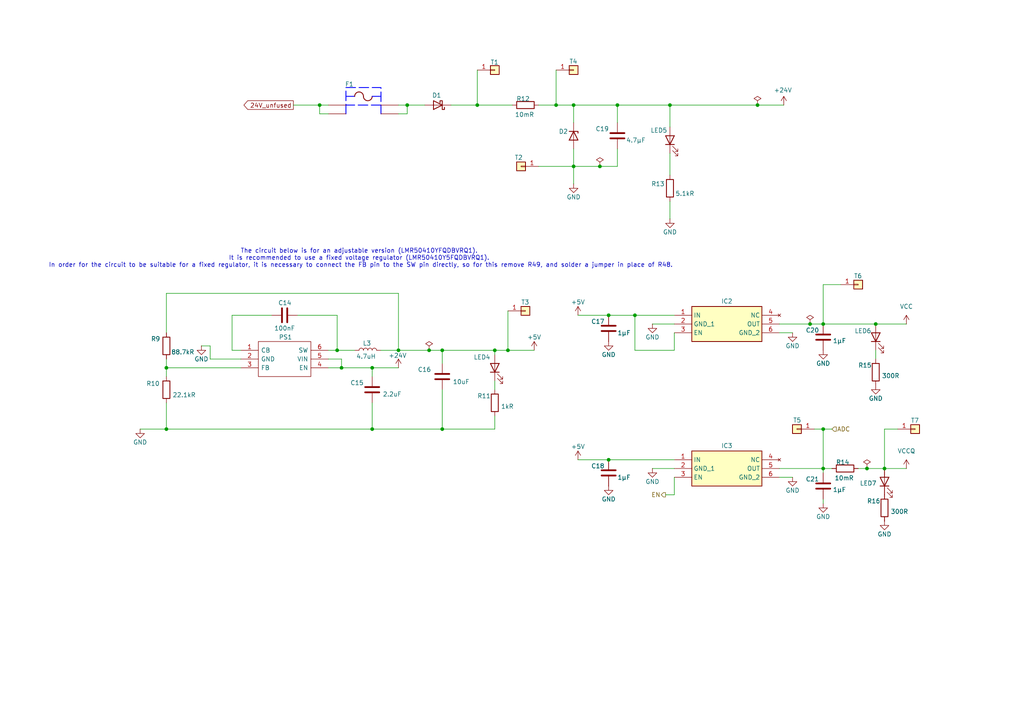
<source format=kicad_sch>
(kicad_sch (version 20250114) (generator "eeschema") (generator_version "9.0")
  (paper "A4")
  (title_block (title "Power") (date "2025-04-05") (rev "2.0") (company "Metropolia Motorsport") (comment 3 "ikar15012002@gmail.com") (comment 4 "Ivans Karsenieks"))
  (lib_symbols
    (symbol "Connector_Generic:Conn_01x01" (pin_names (offset 1.016) (hide yes))
      (property "Reference" "J" (at 0 2.54 0))
      (property "Value" "Conn_01x01" (at 0 -2.54 0))
      (symbol "Conn_01x01_1_1"
        (pin passive line (at -5.08 0 0) (length 3.81) (name "Pin_1") (number "1"))
      )
    )
    (symbol "Device:C" (pin_numbers (hide yes)) (pin_names (offset 0.254))
      (property "Reference" "C" (at 0.635 2.54 0))
      (property "Value" "C" (at 0.635 -2.54 0))
      (symbol "C_1_1"
        (pin passive line (at 0 3.81 270) (length 2.794) (name "~") (number "1"))
        (pin passive line (at 0 -3.81 90) (length 2.794) (name "~") (number "2"))
      )
    )
    (symbol "Device:D_Schottky" (pin_numbers (hide yes)) (pin_names (offset 1.016) (hide yes))
      (property "Reference" "D" (at 0 2.54 0))
      (property "Value" "D_Schottky" (at 0 -2.54 0))
      (symbol "D_Schottky_1_1"
        (pin passive line (at -3.81 0 0) (length 2.54) (name "K") (number "1"))
        (pin passive line (at 3.81 0 180) (length 2.54) (name "A") (number "2"))
      )
    )
    (symbol "Device:D_Zener" (pin_numbers (hide yes)) (pin_names (offset 1.016) (hide yes))
      (property "Reference" "D" (at 0 2.54 0))
      (property "Value" "D_Zener" (at 0 -2.54 0))
      (symbol "D_Zener_1_1"
        (pin passive line (at -3.81 0 0) (length 2.54) (name "K") (number "1"))
        (pin passive line (at 3.81 0 180) (length 2.54) (name "A") (number "2"))
      )
    )
    (symbol "Device:L" (pin_numbers (hide yes)) (pin_names (offset 1.016) (hide yes))
      (property "Reference" "L" (at -1.27 0 90))
      (property "Value" "L" (at 1.905 0 90))
      (symbol "L_1_1"
        (pin passive line (at 0 3.81 270) (length 1.27) (name "1") (number "1"))
        (pin passive line (at 0 -3.81 90) (length 1.27) (name "2") (number "2"))
      )
    )
    (symbol "Device:LED" (pin_numbers (hide yes)) (pin_names (offset 1.016) (hide yes))
      (property "Reference" "D" (at 0 2.54 0))
      (property "Value" "LED" (at 0 -2.54 0))
      (symbol "LED_1_1"
        (pin passive line (at -3.81 0 0) (length 2.54) (name "K") (number "1"))
        (pin passive line (at 3.81 0 180) (length 2.54) (name "A") (number "2"))
      )
    )
    (symbol "Device:R" (pin_numbers (hide yes)) (pin_names (offset 0))
      (property "Reference" "R" (at 2.032 0 90))
      (property "Value" "R" (at 0 0 90))
      (symbol "R_1_1"
        (pin passive line (at 0 3.81 270) (length 1.27) (name "~") (number "1"))
        (pin passive line (at 0 -3.81 90) (length 1.27) (name "~") (number "2"))
      )
    )
    (symbol "Regulator_Switching:LMR50410YFQDBVRQ1" (pin_names (offset 0.762))
      (property "Reference" "PS" (at 21.59 7.62 0))
      (property "Value" "LMR50410YFQDBVRQ1" (at 21.59 5.08 0))
      (symbol "LMR50410YFQDBVRQ1_0_0"
        (pin passive line (at 0 0 0) (length 5.08) (name "CB") (number "1"))
        (pin passive line (at 0 -2.54 0) (length 5.08) (name "GND") (number "2"))
        (pin passive line (at 0 -5.08 0) (length 5.08) (name "FB") (number "3"))
        (pin passive line (at 25.4 0 180) (length 5.08) (name "SW") (number "6"))
        (pin passive line (at 25.4 -2.54 180) (length 5.08) (name "VIN") (number "5"))
        (pin passive line (at 25.4 -5.08 180) (length 5.08) (name "EN") (number "4"))
      )
    )
    (symbol "TLV75533PDYDR:TLV75533PDYDR"
      (property "Reference" "IC" (at 26.67 7.62 0))
      (property "Value" "TLV75533PDYDR" (at 26.67 5.08 0))
      (symbol "TLV75533PDYDR_1_1"
        (pin passive line (at 0 0 0) (length 5.08) (name "IN") (number "1"))
        (pin passive line (at 0 -2.54 0) (length 5.08) (name "GND_1") (number "2"))
        (pin passive line (at 0 -5.08 0) (length 5.08) (name "EN") (number "3"))
        (pin no_connect line (at 30.48 0 180) (length 5.08) (name "NC") (number "4"))
        (pin passive line (at 30.48 -2.54 180) (length 5.08) (name "OUT") (number "5"))
        (pin passive line (at 30.48 -5.08 180) (length 5.08) (name "GND_2") (number "6"))
      )
    )
    (symbol "Untitled-altium-import:root_0_FUSE_HOLDER-4"
      (property "Reference" "F1" (at -0.254 0.254 0))
      (symbol "root_0_FUSE_HOLDER-4_1_0"
        (pin passive line (at -5.08 -5.08 0) (length 5.08) (name "1") (number "1"))
        (pin passive line (at -5.08 -7.62 0) (length 5.08) (name "3") (number "3"))
        (pin passive line (at 15.24 -5.08 180) (length 5.08) (name "2") (number "2"))
        (pin passive line (at 15.24 -7.62 180) (length 5.08) (name "4") (number "4"))
      )
    )
    (symbol "power:+24V" (power) (pin_numbers (hide yes)) (pin_names (offset 0) (hide yes))
      (property "Value" "+24V" (at 0 3.556 0))
      (symbol "+24V_1_1"
        (pin power_in line (at 0 0 90) (length 0) (name "~") (number "1"))
      )
    )
    (symbol "power:+5V" (power) (pin_numbers (hide yes)) (pin_names (offset 0) (hide yes))
      (property "Value" "+5V" (at 0 3.556 0))
      (symbol "+5V_1_1"
        (pin power_in line (at 0 0 90) (length 0) (name "~") (number "1"))
      )
    )
    (symbol "power:GND" (power) (pin_numbers (hide yes)) (pin_names (offset 0) (hide yes))
      (property "Value" "GND" (at 0 -3.81 0))
      (symbol "GND_1_1"
        (pin power_in line (at 0 0 270) (length 0) (name "~") (number "1"))
      )
    )
    (symbol "power:PWR_FLAG" (power) (pin_numbers (hide yes)) (pin_names (offset 0) (hide yes))
      (property "Value" "PWR_FLAG" (at 0 3.81 0))
      (symbol "PWR_FLAG_0_0"
        (pin power_out line (at 0 0 90) (length 0) (name "~") (number "1"))
      )
    )
    (symbol "power:VCC" (power) (pin_numbers (hide yes)) (pin_names (offset 0) (hide yes))
      (property "Value" "VCC" (at 0 3.556 0))
      (symbol "VCC_1_1"
        (pin power_in line (at 0 0 90) (length 0) (name "~") (number "1"))
      )
    )
    (symbol "power:VCCQ" (power) (pin_numbers (hide yes)) (pin_names (offset 0) (hide yes))
      (property "Value" "VCCQ" (at 0 3.556 0))
      (symbol "VCCQ_1_1"
        (pin power_in line (at 0 0 90) (length 0) (name "~") (number "1"))
      )
    )
  )
  (text "The circuit below is for an adjustable version (LMR50410YFQDBVRQ1). \nIt is recommended to use a fixed voltage regulator (LMR50410Y5FQDBVRQ1). \nIn order for the circuit to be suitable for a fixed regulator, it is necessary to connect the FB pin to the SW pin directly, so for this remove R49, and solder a jumper in place of R48." (at 104.648 74.93 0) (effects (font (size 1.27 1.27))))
  (junction (at 99.06 106.68))
  (junction (at 166.37 30.48))
  (junction (at 147.32 101.6))
  (junction (at 166.37 48.26))
  (junction (at 48.26 124.46))
  (junction (at 251.46 135.89))
  (junction (at 118.11 30.48))
  (junction (at 254 93.98))
  (junction (at 176.53 91.44))
  (junction (at 161.29 30.48))
  (junction (at 256.54 135.89))
  (junction (at 97.79 101.6))
  (junction (at 238.76 93.98))
  (junction (at 179.07 30.48))
  (junction (at 124.46 101.6))
  (junction (at 194.31 30.48))
  (junction (at 173.99 48.26))
  (junction (at 115.57 101.6))
  (junction (at 184.15 91.44))
  (junction (at 128.27 124.46))
  (junction (at 128.27 101.6))
  (junction (at 48.26 106.68))
  (junction (at 107.95 106.68))
  (junction (at 219.71 30.48))
  (junction (at 234.95 93.98))
  (junction (at 176.53 133.35))
  (junction (at 92.71 30.48))
  (junction (at 238.76 124.46))
  (junction (at 107.95 124.46))
  (junction (at 143.51 101.6))
  (junction (at 238.76 135.89))
  (junction (at 138.43 30.48))
  (wire (pts (xy 130.81 30.48) (xy 138.43 30.48)))
  (wire (pts (xy 48.26 106.68) (xy 48.26 109.22)))
  (wire (pts (xy 97.79 91.44) (xy 97.79 101.6)))
  (wire (pts (xy 184.15 101.6) (xy 184.15 91.44)))
  (wire (pts (xy 107.95 124.46) (xy 48.26 124.46)))
  (wire (pts (xy 97.79 101.6) (xy 95.25 101.6)))
  (wire (pts (xy 99.06 106.68) (xy 99.06 104.14)))
  (wire (pts (xy 176.53 91.44) (xy 184.15 91.44)))
  (wire (pts (xy 195.58 143.51) (xy 193.04 143.51)))
  (wire (pts (xy 238.76 146.05) (xy 238.76 144.78)))
  (wire (pts (xy 166.37 30.48) (xy 166.37 35.56)))
  (wire (pts (xy 48.26 124.46) (xy 48.26 116.84)))
  (wire (pts (xy 236.22 124.46) (xy 238.76 124.46)))
  (wire (pts (xy 238.76 124.46) (xy 241.3 124.46)))
  (wire (pts (xy 118.11 33.02) (xy 118.11 30.48)))
  (wire (pts (xy 128.27 124.46) (xy 107.95 124.46)))
  (wire (pts (xy 189.23 135.89) (xy 195.58 135.89)))
  (wire (pts (xy 226.06 138.43) (xy 229.87 138.43)))
  (wire (pts (xy 238.76 82.55) (xy 238.76 93.98)))
  (wire (pts (xy 184.15 101.6) (xy 195.58 101.6)))
  (wire (pts (xy 118.11 30.48) (xy 123.19 30.48)))
  (wire (pts (xy 118.11 30.48) (xy 115.57 30.48)))
  (wire (pts (xy 58.42 100.33) (xy 60.96 100.33)))
  (wire (pts (xy 156.21 48.26) (xy 166.37 48.26)))
  (wire (pts (xy 219.71 30.48) (xy 227.33 30.48)))
  (wire (pts (xy 147.32 101.6) (xy 143.51 101.6)))
  (wire (pts (xy 238.76 135.89) (xy 241.3 135.89)))
  (wire (pts (xy 69.85 106.68) (xy 48.26 106.68)))
  (wire (pts (xy 67.31 91.44) (xy 67.31 101.6)))
  (wire (pts (xy 161.29 20.32) (xy 161.29 30.48)))
  (wire (pts (xy 179.07 43.18) (xy 179.07 48.26)))
  (wire (pts (xy 115.57 33.02) (xy 118.11 33.02)))
  (wire (pts (xy 243.84 82.55) (xy 238.76 82.55)))
  (wire (pts (xy 166.37 48.26) (xy 166.37 53.34)))
  (wire (pts (xy 67.31 101.6) (xy 69.85 101.6)))
  (wire (pts (xy 110.49 101.6) (xy 115.57 101.6)))
  (wire (pts (xy 143.51 110.49) (xy 143.51 113.03)))
  (wire (pts (xy 176.53 133.35) (xy 195.58 133.35)))
  (wire (pts (xy 166.37 30.48) (xy 179.07 30.48)))
  (wire (pts (xy 161.29 30.48) (xy 166.37 30.48)))
  (wire (pts (xy 179.07 48.26) (xy 173.99 48.26)))
  (wire (pts (xy 92.71 30.48) (xy 95.25 30.48)))
  (wire (pts (xy 107.95 116.84) (xy 107.95 124.46)))
  (wire (pts (xy 99.06 106.68) (xy 107.95 106.68)))
  (wire (pts (xy 189.23 93.98) (xy 195.58 93.98)))
  (wire (pts (xy 95.25 106.68) (xy 99.06 106.68)))
  (wire (pts (xy 248.92 135.89) (xy 251.46 135.89)))
  (wire (pts (xy 128.27 113.03) (xy 128.27 124.46)))
  (wire (pts (xy 226.06 96.52) (xy 229.87 96.52)))
  (wire (pts (xy 48.26 85.09) (xy 115.57 85.09)))
  (wire (pts (xy 251.46 135.89) (xy 256.54 135.89)))
  (wire (pts (xy 179.07 30.48) (xy 179.07 35.56)))
  (wire (pts (xy 238.76 124.46) (xy 238.76 135.89)))
  (wire (pts (xy 115.57 101.6) (xy 124.46 101.6)))
  (wire (pts (xy 166.37 43.18) (xy 166.37 48.26)))
  (wire (pts (xy 156.21 30.48) (xy 161.29 30.48)))
  (wire (pts (xy 256.54 135.89) (xy 262.89 135.89)))
  (wire (pts (xy 195.58 138.43) (xy 195.58 143.51)))
  (wire (pts (xy 254 93.98) (xy 262.89 93.98)))
  (wire (pts (xy 167.64 91.44) (xy 176.53 91.44)))
  (wire (pts (xy 92.71 30.48) (xy 92.71 33.02)))
  (wire (pts (xy 194.31 58.42) (xy 194.31 63.5)))
  (wire (pts (xy 60.96 100.33) (xy 60.96 104.14)))
  (wire (pts (xy 143.51 124.46) (xy 128.27 124.46)))
  (wire (pts (xy 260.35 124.46) (xy 256.54 124.46)))
  (wire (pts (xy 226.06 93.98) (xy 234.95 93.98)))
  (wire (pts (xy 95.25 104.14) (xy 99.06 104.14)))
  (wire (pts (xy 147.32 90.17) (xy 147.32 101.6)))
  (wire (pts (xy 194.31 36.83) (xy 194.31 30.48)))
  (wire (pts (xy 234.95 93.98) (xy 238.76 93.98)))
  (wire (pts (xy 256.54 124.46) (xy 256.54 135.89)))
  (wire (pts (xy 194.31 30.48) (xy 219.71 30.48)))
  (wire (pts (xy 194.31 44.45) (xy 194.31 50.8)))
  (wire (pts (xy 143.51 101.6) (xy 128.27 101.6)))
  (wire (pts (xy 107.95 106.68) (xy 115.57 106.68)))
  (wire (pts (xy 184.15 91.44) (xy 195.58 91.44)))
  (wire (pts (xy 40.64 124.46) (xy 48.26 124.46)))
  (wire (pts (xy 78.74 91.44) (xy 67.31 91.44)))
  (wire (pts (xy 85.09 30.48) (xy 92.71 30.48)))
  (wire (pts (xy 92.71 33.02) (xy 95.25 33.02)))
  (wire (pts (xy 238.76 137.16) (xy 238.76 135.89)))
  (wire (pts (xy 154.94 101.6) (xy 147.32 101.6)))
  (wire (pts (xy 167.64 133.35) (xy 176.53 133.35)))
  (wire (pts (xy 115.57 85.09) (xy 115.57 101.6)))
  (wire (pts (xy 60.96 104.14) (xy 69.85 104.14)))
  (wire (pts (xy 173.99 48.26) (xy 166.37 48.26)))
  (wire (pts (xy 138.43 20.32) (xy 138.43 30.48)))
  (wire (pts (xy 86.36 91.44) (xy 97.79 91.44)))
  (wire (pts (xy 226.06 135.89) (xy 238.76 135.89)))
  (wire (pts (xy 179.07 30.48) (xy 194.31 30.48)))
  (wire (pts (xy 195.58 96.52) (xy 195.58 101.6)))
  (wire (pts (xy 143.51 120.65) (xy 143.51 124.46)))
  (wire (pts (xy 238.76 93.98) (xy 254 93.98)))
  (wire (pts (xy 143.51 102.87) (xy 143.51 101.6)))
  (wire (pts (xy 124.46 101.6) (xy 128.27 101.6)))
  (wire (pts (xy 128.27 101.6) (xy 128.27 105.41)))
  (wire (pts (xy 148.59 30.48) (xy 138.43 30.48)))
  (wire (pts (xy 48.26 96.52) (xy 48.26 85.09)))
  (wire (pts (xy 97.79 101.6) (xy 102.87 101.6)))
  (wire (pts (xy 107.95 109.22) (xy 107.95 106.68)))
  (wire (pts (xy 48.26 106.68) (xy 48.26 104.14)))
  (wire (pts (xy 254 101.6) (xy 254 104.14)))
  (global_label "24V_unfused" (shape output) (at 85.09 30.48 180) (property "Intersheetrefs" "${INTERSHEET_REFS}" (effects (hide yes))))
  (hierarchical_label "EN" (shape output) (at 193.04 143.51 180))
  (hierarchical_label "ADC" (shape input) (at 241.3 124.46 0))
  (symbol (lib_id "Regulator_Switching:LMR50410YFQDBVRQ1") (at 69.85 101.6 0) (unit 1)
    (property "Reference" "PS1" (at 82.804 97.79 0))
    (property "Value" "LMR50410YFQDBVRQ1" (effects (hide yes)))
    (property "Footprint" "Package_TO_SOT_SMD:SOT95P280X145-6N" (effects (hide yes)))
    (property "Datasheet" "https://www.ti.com/product/LMR50410-Q1" (effects (hide yes)))
    (property "Description" "Switching Voltage Regulators Automotive qualified SIMPLE SWITCHER 4-V to 36-V, 1-A synchronous step-down converter" (effects (hide yes)))
    (property "Height" "1.45" (effects (hide yes)))
    (property "Mouser Part Number" "595-MR50410YFQDBVRQ1" (effects (hide yes)))
    (property "Mouser Price/Stock" "https://www.mouser.co.uk/ProductDetail/Texas-Instruments/LMR50410YFQDBVRQ1?qs=81r%252BiQLm7BRUAgUFqYZycA%3D%3D" (effects (hide yes)))
    (property "Manufacturer_Name" "Texas Instruments" (effects (hide yes)))
    (property "Manufacturer_Part_Number" "LMR50410YFQDBVRQ1" (effects (hide yes)))
  )
  (symbol (lib_id "Connector_Generic:Conn_01x01") (at 231.14 124.46 180) (unit 1) (in_bom no)
    (property "Reference" "T5" (at 232.41 121.158 0) (effects (justify left bottom)))
    (property "Value" "Conn_01x01" (effects (hide yes)))
    (property "Footprint" "TestPoint:TestPoint_THTPad_D1.5mm_Drill0.7mm" (effects (hide yes)))
    (property "Description" "Generic connector, single row, 01x01, script generated (kicad-library-utils/schlib/autogen/connector/)" (effects (hide yes)))
  )
  (symbol (lib_id "power:GND") (at 176.53 140.97 0) (unit 1)
    (property "Reference" "#PWR055" (effects (hide yes)))
    (property "Value" "GND" (at 176.53 144.78 0))
    (property "Description" "Power symbol creates a global label with name \"GND\" , ground" (effects (hide yes)))
  )
  (symbol (lib_id "Connector_Generic:Conn_01x01") (at 248.92 82.55 0) (unit 1) (in_bom no)
    (property "Reference" "T6" (at 247.65 80.772 0) (effects (justify left bottom)))
    (property "Value" "Conn_01x01" (effects (hide yes)))
    (property "Footprint" "TestPoint:TestPoint_THTPad_D1.5mm_Drill0.7mm" (effects (hide yes)))
    (property "Description" "Generic connector, single row, 01x01, script generated (kicad-library-utils/schlib/autogen/connector/)" (effects (hide yes)))
  )
  (symbol (lib_id "Device:D_Schottky") (at 127 30.48 180) (unit 1)
    (property "Reference" "D1" (at 128.016 26.924 0) (effects (justify left bottom)))
    (property "Value" "SX33L_R1_00001" (effects (hide yes)))
    (property "Footprint" "Diode_SMD:D_SMA_Handsoldering" (effects (hide yes)))
  )
  (symbol (lib_id "power:GND") (at 58.42 100.33 0) (unit 1)
    (property "Reference" "#PWR048" (effects (hide yes)))
    (property "Value" "GND" (at 58.42 104.14 0))
    (property "Description" "Power symbol creates a global label with name \"GND\" , ground" (effects (hide yes)))
  )
  (symbol (lib_id "Device:C") (at 176.53 137.16 0) (unit 1)
    (property "Reference" "C18" (at 171.45 135.89 0) (effects (justify left bottom)))
    (property "Value" "1µF" (at 179.07 139.192 0) (effects (justify left bottom)))
    (property "Footprint" "Capacitor_SMD:C_0805_2012Metric_Pad1.18x1.45mm_HandSolder" (effects (hide yes)))
    (property "Description" "08053C105KAZ2A" (effects (hide yes)))
    (property "MAX OPERATING TEMPERATURE" "125°C" (effects (hide yes)))
    (property "CASE/PACKAGE" "0805" (effects (hide yes)))
    (property "PACKAGING" "Tape and Reel" (effects (hide yes)))
    (property "MIN OPERATING TEMPERATURE" "-55°C" (effects (hide yes)))
    (property "CAPACITOR TYPE" "Ceramic" (effects (hide yes)))
    (property "DIELECTRIC MATERIAL" "Ceramic" (effects (hide yes)))
    (property "HEIGHT" "1.4mm" (effects (hide yes)))
    (property "JESD-609 CODE" "e3" (effects (hide yes)))
    (property "LENGTH" "2.01mm" (effects (hide yes)))
    (property "MOUNTING TECHNOLOGY" "Surface Mount" (effects (hide yes)))
    (property "MULTILAYER" "Yes" (effects (hide yes)))
    (property "PACKAGE SHAPE" "Rectangular" (effects (hide yes)))
    (property "PACKAGE STYLE" "SMTMeter" (effects (hide yes)))
    (property "PINS" "2" (effects (hide yes)))
    (property "RATED DC VOLTAGE (URDC)" "25V" (effects (hide yes)))
    (property "REACH SVHC COMPLIANT" "Yes" (effects (hide yes)))
    (property "REFERENCE STANDARD" "AEC-Q200" (effects (hide yes)))
    (property "ROHS COMPLIANT" "Yes" (effects (hide yes)))
    (property "TEMPERATURE CHARACTERISTICS CODE" "X7R" (effects (hide yes)))
    (property "TERMINAL FINISH" "Nickel" (effects (hide yes)))
    (property "TERMINATION" "Wraparound" (effects (hide yes)))
    (property "TOLERANCE  (FILL IN AS +-)" "10%" (effects (hide yes)))
    (property "TOLERANCE (FILL IN AS +-)" "10%" (effects (hide yes)))
    (property "ALTIUM_VALUE" "1µF" (effects (hide yes)))
    (property "WIDTH" "1.25mm" (effects (hide yes)))
  )
  (symbol (lib_id "Connector_Generic:Conn_01x01") (at 143.51 20.32 0) (unit 1) (in_bom no)
    (property "Reference" "T1" (at 142.24 18.796 0) (effects (justify left bottom)))
    (property "Value" "Conn_01x01" (effects (hide yes)))
    (property "Footprint" "TestPoint:TestPoint_THTPad_D1.5mm_Drill0.7mm" (effects (hide yes)))
    (property "Description" "Generic connector, single row, 01x01, script generated (kicad-library-utils/schlib/autogen/connector/)" (effects (hide yes)))
  )
  (symbol (lib_id "power:+5V") (at 167.64 91.44 0) (unit 1)
    (property "Reference" "#PWR052" (effects (hide yes)))
    (property "Value" "+5V" (at 167.64 87.63 0))
    (property "Description" "Power symbol creates a global label with name \"+5V\"" (effects (hide yes)))
  )
  (symbol (lib_id "power:GND") (at 189.23 93.98 0) (unit 1)
    (property "Reference" "#PWR056" (effects (hide yes)))
    (property "Value" "GND" (at 189.23 97.79 0))
    (property "Description" "Power symbol creates a global label with name \"GND\" , ground" (effects (hide yes)))
  )
  (symbol (lib_id "power:GND") (at 254 111.76 0) (unit 1)
    (property "Reference" "#PWR064" (effects (hide yes)))
    (property "Value" "GND" (at 254 115.57 0))
    (property "Description" "Power symbol creates a global label with name \"GND\" , ground" (effects (hide yes)))
  )
  (symbol (lib_id "TLV75533PDYDR:TLV75533PDYDR") (at 195.58 133.35 0) (unit 1)
    (property "Reference" "IC3" (at 210.82 129.286 0))
    (property "Value" "TLV75533PDYDR" (effects (hide yes)))
    (property "Footprint" "Package_TO_SOT_SMD:TLV75533PDYDR" (effects (hide yes)))
    (property "Datasheet" "https://www.ti.com/lit/gpn/tlv755p" (effects (hide yes)))
    (property "Description" "LDO Voltage Regulators 500-mA high-PSRR low-IQ low-dropout voltage regulator with enable 5-SOT-23 -40 to 125" (effects (hide yes)))
    (property "Height" "1.45" (effects (hide yes)))
    (property "Mouser Part Number" "595-TLV75533PDYDR" (effects (hide yes)))
    (property "Mouser Price/Stock" "https://www.mouser.co.uk/ProductDetail/Texas-Instruments/TLV75533PDYDR?qs=ZcfC38r4Pou71ty1Hbi3LA%3D%3D" (effects (hide yes)))
    (property "Manufacturer_Name" "Texas Instruments" (effects (hide yes)))
    (property "Manufacturer_Part_Number" "TLV75533PDYDR" (effects (hide yes)))
  )
  (symbol (lib_id "power:PWR_FLAG") (at 124.46 101.6 0) (unit 1)
    (property "Reference" "#FLG03" (effects (hide yes)))
    (property "Value" "PWR_FLAG" (effects (hide yes)))
    (property "Description" "Special symbol for telling ERC where power comes from" (effects (hide yes)))
  )
  (symbol (lib_id "power:GND") (at 229.87 138.43 0) (unit 1)
    (property "Reference" "#PWR061" (effects (hide yes)))
    (property "Value" "GND" (at 229.87 142.24 0))
    (property "Description" "Power symbol creates a global label with name \"GND\" , ground" (effects (hide yes)))
  )
  (symbol (lib_id "Connector_Generic:Conn_01x01") (at 166.37 20.32 0) (unit 1) (in_bom no)
    (property "Reference" "T4" (at 165.1 18.542 0) (effects (justify left bottom)))
    (property "Value" "Conn_01x01" (effects (hide yes)))
    (property "Footprint" "TestPoint:TestPoint_THTPad_D1.5mm_Drill0.7mm" (effects (hide yes)))
    (property "Description" "Generic connector, single row, 01x01, script generated (kicad-library-utils/schlib/autogen/connector/)" (effects (hide yes)))
  )
  (symbol (lib_id "Device:C") (at 238.76 140.97 0) (unit 1)
    (property "Reference" "C21" (at 233.68 139.7 0) (effects (justify left bottom)))
    (property "Value" "1µF" (at 241.554 142.748 0) (effects (justify left bottom)))
    (property "Footprint" "Capacitor_SMD:C_0805_2012Metric_Pad1.18x1.45mm_HandSolder" (effects (hide yes)))
    (property "Description" "08053C105KAZ2A" (effects (hide yes)))
    (property "MAX OPERATING TEMPERATURE" "125°C" (effects (hide yes)))
    (property "CASE/PACKAGE" "0805" (effects (hide yes)))
    (property "PACKAGING" "Tape and Reel" (effects (hide yes)))
    (property "MIN OPERATING TEMPERATURE" "-55°C" (effects (hide yes)))
    (property "CAPACITOR TYPE" "Ceramic" (effects (hide yes)))
    (property "DIELECTRIC MATERIAL" "Ceramic" (effects (hide yes)))
    (property "HEIGHT" "1.4mm" (effects (hide yes)))
    (property "JESD-609 CODE" "e3" (effects (hide yes)))
    (property "LENGTH" "2.01mm" (effects (hide yes)))
    (property "MOUNTING TECHNOLOGY" "Surface Mount" (effects (hide yes)))
    (property "MULTILAYER" "Yes" (effects (hide yes)))
    (property "PACKAGE SHAPE" "Rectangular" (effects (hide yes)))
    (property "PACKAGE STYLE" "SMTMeter" (effects (hide yes)))
    (property "PINS" "2" (effects (hide yes)))
    (property "RATED DC VOLTAGE (URDC)" "25V" (effects (hide yes)))
    (property "REACH SVHC COMPLIANT" "Yes" (effects (hide yes)))
    (property "REFERENCE STANDARD" "AEC-Q200" (effects (hide yes)))
    (property "ROHS COMPLIANT" "Yes" (effects (hide yes)))
    (property "TEMPERATURE CHARACTERISTICS CODE" "X7R" (effects (hide yes)))
    (property "TERMINAL FINISH" "Nickel" (effects (hide yes)))
    (property "TERMINATION" "Wraparound" (effects (hide yes)))
    (property "TOLERANCE  (FILL IN AS +-)" "10%" (effects (hide yes)))
    (property "TOLERANCE (FILL IN AS +-)" "10%" (effects (hide yes)))
    (property "ALTIUM_VALUE" "1µF" (effects (hide yes)))
    (property "WIDTH" "1.25mm" (effects (hide yes)))
  )
  (symbol (lib_id "Device:LED") (at 194.31 40.64 90) (unit 1)
    (property "Reference" "LED5" (at 193.548 37.084 90) (effects (justify left bottom)))
    (property "Value" "SML-210VTT86" (effects (hide yes)))
    (property "Footprint" "LED_SMD:LED_0805_2012Metric_Pad1.15x1.40mm_HandSolder" (effects (hide yes)))
    (property "Description" "Red LED" (effects (hide yes)))
    (property "DEVICE CLASS L1" "Optoelectronics" (effects (hide yes)))
    (property "OBSOLETE PART" "true" (effects (hide yes)))
    (property "MANUFACTURER PART NUMBER" "SML-210VTT86" (effects (hide yes)))
    (property "AMBIENT TEMPERATURE RANGE LOW" "-30°C" (effects (hide yes)))
    (property "TEMPERATURE RANGE HIGH" "+85°C" (effects (hide yes)))
    (property "DEVICE CLASS L2" "LEDs" (effects (hide yes)))
    (property "CATEGORY" "Diode" (effects (hide yes)))
    (property "COMPONENTLINK2DESCRIPTION" "Datasheet" (effects (hide yes)))
    (property "MANUFACTURER" "ROHM" (effects (hide yes)))
    (property "MOUSER DESCRIPTION" "Standard LEDs - SMD RED SMD TRANS LENS" (effects (hide yes)))
    (property "AMBIENT TEMPERATURE RANGE HIGH" "+85°C" (effects (hide yes)))
    (property "WAVELENGTH" "630nm" (effects (hide yes)))
    (property "PEAK EMMISION WAVELENGTH" "650nm" (effects (hide yes)))
    (property "LUMINOUS INTENSITY" "4mcd" (effects (hide yes)))
    (property "DIGIKEY DESCRIPTION" "LED RED CLEAR 0805 SMD" (effects (hide yes)))
    (property "TEMPERATURE" "-30°C to +85°C" (effects (hide yes)))
    (property "FORWARD VOLTAGE" "2V" (effects (hide yes)))
    (property "FOOTPRINT URL" "https://eu.mouser.com/datasheet/2/348/sml-21-313092.pdf" (effects (hide yes)))
    (property "FORWARD CURRENT" "20mA" (effects (hide yes)))
    (property "POWER DISSIPATION" "70mW" (effects (hide yes)))
    (property "REVERSE VOLTAGE" "4V" (effects (hide yes)))
    (property "COMPONENTLINK2URL" "https://media.digikey.com/pdf/Data%20Sheets/Rohm%20PDFs/sml-210.pdf" (effects (hide yes)))
    (property "LEAD FREE" "Yes" (effects (hide yes)))
    (property "OCTOPART" "https://octopart.com/sml-210vtt86-rohm-550728" (effects (hide yes)))
    (property "DEVICE CLASS L3" "unset" (effects (hide yes)))
    (property "PACKAGE" "SML-21" (effects (hide yes)))
    (property "AUTOMOTIVE" "No" (effects (hide yes)))
    (property "LED ORIENTATION" "Top View" (effects (hide yes)))
    (property "ROHS" "TRUE" (effects (hide yes)))
    (property "HEIGHT" "0.9mm" (effects (hide yes)))
    (property "TEMPERATURE RANGE LOW" "-30°C" (effects (hide yes)))
    (property "COLOUR" "Red" (effects (hide yes)))
  )
  (symbol (lib_id "Device:C") (at 82.55 91.44 90) (unit 1)
    (property "Reference" "C14" (at 84.582 87.122 90) (effects (justify left bottom)))
    (property "Value" "100nF" (at 85.598 94.488 90) (effects (justify left bottom)))
    (property "Footprint" "Capacitor_SMD:C_0805_2012Metric_Pad1.18x1.45mm_HandSolder" (effects (hide yes)))
    (property "Description" "08055C104KAT4A" (effects (hide yes)))
    (property "HEIGHT" "0.94mm" (effects (hide yes)))
    (property "ALTIUM_VALUE" "100nF" (effects (hide yes)))
    (property "CAPACITOR TYPE" "Ceramic" (effects (hide yes)))
    (property "CASE/PACKAGE" "0805" (effects (hide yes)))
    (property "DIELECTRIC MATERIAL" "Ceramic" (effects (hide yes)))
    (property "JESD-609 CODE" "e3" (effects (hide yes)))
    (property "LENGTH" "2.01mm" (effects (hide yes)))
    (property "MAX OPERATING TEMPERATURE" "125°C" (effects (hide yes)))
    (property "MIN OPERATING TEMPERATURE" "-55°C" (effects (hide yes)))
    (property "MOUNTING TECHNOLOGY" "Surface Mount" (effects (hide yes)))
    (property "MULTILAYER" "Yes" (effects (hide yes)))
    (property "PACKAGE SHAPE" "Rectangular" (effects (hide yes)))
    (property "PACKAGE STYLE" "SMTMeter" (effects (hide yes)))
    (property "PACKAGING" "Tape and Reel" (effects (hide yes)))
    (property "PINS" "2" (effects (hide yes)))
    (property "RATED DC VOLTAGE (URDC)" "50V" (effects (hide yes)))
    (property "REACH SVHC COMPLIANT" "Yes" (effects (hide yes)))
    (property "ROHS COMPLIANT" "Yes" (effects (hide yes)))
    (property "TEMPERATURE CHARACTERISTICS CODE" "X7R" (effects (hide yes)))
    (property "TERMINAL FINISH" "Nickel" (effects (hide yes)))
    (property "TERMINATION" "Wraparound" (effects (hide yes)))
    (property "TOLERANCE  (FILL IN AS +-)" "10%" (effects (hide yes)))
    (property "TOLERANCE (FILL IN AS +-)" "10%" (effects (hide yes)))
    (property "WIDTH" "1.25mm" (effects (hide yes)))
  )
  (symbol (lib_id "power:PWR_FLAG") (at 173.99 48.26 0) (unit 1)
    (property "Reference" "#FLG04" (effects (hide yes)))
    (property "Value" "PWR_FLAG" (effects (hide yes)))
    (property "Description" "Special symbol for telling ERC where power comes from" (effects (hide yes)))
  )
  (symbol (lib_id "Device:C") (at 238.76 97.79 0) (unit 1)
    (property "Reference" "C20" (at 233.68 96.52 0) (effects (justify left bottom)))
    (property "Value" "1µF" (at 241.554 99.568 0) (effects (justify left bottom)))
    (property "Footprint" "Capacitor_SMD:C_0805_2012Metric_Pad1.18x1.45mm_HandSolder" (effects (hide yes)))
    (property "Description" "08053C105KAZ2A" (effects (hide yes)))
    (property "MAX OPERATING TEMPERATURE" "125°C" (effects (hide yes)))
    (property "CASE/PACKAGE" "0805" (effects (hide yes)))
    (property "PACKAGING" "Tape and Reel" (effects (hide yes)))
    (property "MIN OPERATING TEMPERATURE" "-55°C" (effects (hide yes)))
    (property "CAPACITOR TYPE" "Ceramic" (effects (hide yes)))
    (property "DIELECTRIC MATERIAL" "Ceramic" (effects (hide yes)))
    (property "HEIGHT" "1.4mm" (effects (hide yes)))
    (property "JESD-609 CODE" "e3" (effects (hide yes)))
    (property "LENGTH" "2.01mm" (effects (hide yes)))
    (property "MOUNTING TECHNOLOGY" "Surface Mount" (effects (hide yes)))
    (property "MULTILAYER" "Yes" (effects (hide yes)))
    (property "PACKAGE SHAPE" "Rectangular" (effects (hide yes)))
    (property "PACKAGE STYLE" "SMTMeter" (effects (hide yes)))
    (property "PINS" "2" (effects (hide yes)))
    (property "RATED DC VOLTAGE (URDC)" "25V" (effects (hide yes)))
    (property "REACH SVHC COMPLIANT" "Yes" (effects (hide yes)))
    (property "REFERENCE STANDARD" "AEC-Q200" (effects (hide yes)))
    (property "ROHS COMPLIANT" "Yes" (effects (hide yes)))
    (property "TEMPERATURE CHARACTERISTICS CODE" "X7R" (effects (hide yes)))
    (property "TERMINAL FINISH" "Nickel" (effects (hide yes)))
    (property "TERMINATION" "Wraparound" (effects (hide yes)))
    (property "TOLERANCE  (FILL IN AS +-)" "10%" (effects (hide yes)))
    (property "TOLERANCE (FILL IN AS +-)" "10%" (effects (hide yes)))
    (property "ALTIUM_VALUE" "1µF" (effects (hide yes)))
    (property "WIDTH" "1.25mm" (effects (hide yes)))
  )
  (symbol (lib_id "power:+24V") (at 227.33 30.48 0) (unit 1)
    (property "Reference" "#PWR059" (effects (hide yes)))
    (property "Value" "+24V" (at 227.076 26.162 0))
    (property "Description" "Power symbol creates a global label with name \"+24V\"" (effects (hide yes)))
  )
  (symbol (lib_id "power:GND") (at 256.54 151.13 0) (unit 1)
    (property "Reference" "#PWR065" (effects (hide yes)))
    (property "Value" "GND" (at 256.54 154.94 0))
    (property "Description" "Power symbol creates a global label with name \"GND\" , ground" (effects (hide yes)))
  )
  (symbol (lib_id "power:VCCQ") (at 262.89 135.89 0) (unit 1)
    (property "Reference" "#PWR067" (effects (hide yes)))
    (property "Value" "VCCQ" (at 262.89 130.81 0))
    (property "Description" "Power symbol creates a global label with name \"VCCQ\"" (effects (hide yes)))
  )
  (symbol (lib_id "Device:R") (at 152.4 30.48 90) (unit 1)
    (property "Reference" "R12" (at 153.67 27.94 90) (effects (justify left bottom)))
    (property "Value" "10mR" (at 154.94 32.512 90) (effects (justify left bottom)))
    (property "Footprint" "Resistor_SMD:R_0805_2012Metric_Pad1.20x1.40mm_HandSolder" (effects (hide yes)))
    (property "Description" "WSL0805R0100FEA18" (effects (hide yes)))
    (property "MIN OPERATING TEMPERATURE" "-65°C" (effects (hide yes)))
    (property "TOLERANCE" "1%" (effects (hide yes)))
    (property "ROHS COMPLIANT" "Yes" (effects (hide yes)))
    (property "TEMPERATURE COEFFICIENT" "75ppm/°C" (effects (hide yes)))
    (property "CASE/PACKAGE" "0805" (effects (hide yes)))
    (property "MAX OPERATING TEMPERATURE" "170°C" (effects (hide yes)))
    (property "RESISTOR TYPE" "FIXED RESISTOR" (effects (hide yes)))
    (property "PACKAGING" "Tape and Reel" (effects (hide yes)))
    (property "CONSTRUCTION" "Rectangular" (effects (hide yes)))
    (property "JESD-609 CODE" "e3" (effects (hide yes)))
    (property "MOUNTING TECHNOLOGY" "Surface Mount" (effects (hide yes)))
    (property "PACKAGE HEIGHT" "0.33mm" (effects (hide yes)))
    (property "PACKAGE LENGTH" "2.03mm" (effects (hide yes)))
    (property "PACKAGE STYLE" "SMTMeter" (effects (hide yes)))
    (property "PACKAGE WIDTH" "1.27mm" (effects (hide yes)))
    (property "PINS" "2" (effects (hide yes)))
    (property "POWER" "250mW" (effects (hide yes)))
    (property "RATED TEMPERATURE" "70°C" (effects (hide yes)))
    (property "REACH SVHC COMPLIANT" "Yes" (effects (hide yes)))
    (property "TECHNOLOGY" "METAL STRIP" (effects (hide yes)))
    (property "TERMINAL FINISH" "Nickel" (effects (hide yes)))
    (property "TERMINATION" "Wraparound" (effects (hide yes)))
    (property "ALTIUM_VALUE" "10mR" (effects (hide yes)))
  )
  (symbol (lib_id "Untitled-altium-import:root_0_FUSE_HOLDER-4") (at 100.33 25.4 0) (unit 1)
    (property "Reference" "F1" (at 100.076 25.146 0) (effects (justify left bottom)))
    (property "Value" "3557-2" (effects (hide yes)))
    (property "Footprint" "Fuse:3557-2" (effects (hide yes)))
    (property "Description" "Use 0.5A or 1A Blade Fuse" (effects (hide yes)))
    (property "NUMBER OF CIRCUITS" "1" (effects (hide yes)))
    (property "DATASHEET URL" "http://datasheet.octopart.com/3557-2-Keystone-datasheet-15715937.pdf" (effects (hide yes)))
    (property "VOLTAGE" "500V" (effects (hide yes)))
    (property "ORIENTATION" "Vertical" (effects (hide yes)))
    (property "FAMILY" "Fuseholders" (effects (hide yes)))
    (property "DATASHEET VERSION" "Apr-13" (effects (hide yes)))
    (property "CONTACT FINISH" "TinNickel" (effects (hide yes)))
    (property "FUSEHOLDER TYPE" "Block" (effects (hide yes)))
    (property "FUSE TYPE" "Blade" (effects (hide yes)))
    (property "MOUNTING TYPE" "PCB" (effects (hide yes)))
    (property "FUSE SIZE" "0.43\"Lx0.15\"Wx0.64\"H(10.92mmx3.81mmx16.25mm)" (effects (hide yes)))
    (property "SERIES" "-" (effects (hide yes)))
    (property "CATEGORY" "CircuitProtection" (effects (hide yes)))
    (property "TERMINATION STYLE" "PCPin" (effects (hide yes)))
    (property "FOR USE WITH/RELATED PRODUCTS" "ATC,ATO257,MINI897" (effects (hide yes)))
    (property "MANUFACTURER" "Keystone-Electronics" (effects (hide yes)))
    (property "CONTACT MATERIAL" "Brass" (effects (hide yes)))
    (property "CURRENT RATING" "30A" (effects (hide yes)))
    (property "MANUFACTURER URL" "http://www.keyelco.com/" (effects (hide yes)))
  )
  (symbol (lib_id "power:GND") (at 229.87 96.52 0) (unit 1)
    (property "Reference" "#PWR060" (effects (hide yes)))
    (property "Value" "GND" (at 229.87 100.33 0))
    (property "Description" "Power symbol creates a global label with name \"GND\" , ground" (effects (hide yes)))
  )
  (symbol (lib_id "Connector_Generic:Conn_01x01") (at 265.43 124.46 0) (unit 1) (in_bom no)
    (property "Reference" "T7" (at 264.16 122.682 0) (effects (justify left bottom)))
    (property "Value" "Conn_01x01" (effects (hide yes)))
    (property "Footprint" "TestPoint:TestPoint_THTPad_D1.5mm_Drill0.7mm" (effects (hide yes)))
    (property "Description" "Generic connector, single row, 01x01, script generated (kicad-library-utils/schlib/autogen/connector/)" (effects (hide yes)))
  )
  (symbol (lib_id "Device:D_Zener") (at 166.37 39.37 270) (unit 1)
    (property "Reference" "D2" (at 162.052 38.862 90) (effects (justify left bottom)))
    (property "Value" "1SMA5934BT3G" (effects (hide yes)))
    (property "Footprint" "Diode_SMD:D_SMA_Handsoldering" (effects (hide yes)))
    (property "PACKING" "Tape and Reel" (effects (hide yes)))
    (property "PACKAGEREFERENCE" "SMA-2-403D-02_F" (effects (hide yes)))
    (property "COMPONENTLINK1DESCRIPTION" "Manufacturer URL" (effects (hide yes)))
    (property "VZ TYP (V)" "24" (effects (hide yes)))
    (property "COMPONENTLINK2URL" "http://www.onsemi.com/pub_link/Collateral/1SMA5913BT3-D.PDF" (effects (hide yes)))
    (property "PACKAGEDESCRIPTION" "2-Pin Small Molded Package, J-Bend Lead, Body 2.605 x 4.315 mm" (effects (hide yes)))
    (property "COMPONENTLINK2DESCRIPTION" "Datasheet" (effects (hide yes)))
    (property "PACKAGEVERSION" "Rev. F, 11/2008" (effects (hide yes)))
    (property "ROHS" "Pb-Free" (effects (hide yes)))
    (property "COMPONENTLINK3DESCRIPTION" "Package Specification" (effects (hide yes)))
    (property "DATASHEETVERSION" "Rev. 8" (effects (hide yes)))
    (property "PARTNUMBER" "1SMA5934BT3G" (effects (hide yes)))
    (property "MANUFACTURER" "On Semiconductor" (effects (hide yes)))
    (property "COMPONENTLINK1URL" "http://www.onsemi.com/" (effects (hide yes)))
    (property "MOUNTING TECHNOLOGY" "Surface Mount" (effects (hide yes)))
    (property "COMPONENTLINK3URL" "http://www.onsemi.com/pub_link/Collateral/1SMA5913BT3-D.PDF" (effects (hide yes)))
  )
  (symbol (lib_id "Device:R") (at 48.26 113.03 0) (unit 1)
    (property "Reference" "R10" (at 42.418 111.252 0) (effects (justify left)))
    (property "Value" "22.1kR" (at 50.038 114.554 0) (effects (justify left)))
    (property "Footprint" "Resistor_SMD:R_0805_2012Metric_Pad1.20x1.40mm_HandSolder" (effects (hide yes)))
    (property "Datasheet" "https://www.mouser.fi/datasheet/2/315/AOA0000C307-1149632.pdf" (effects (hide yes)))
    (property "Description" "ERA-6AEB2212V" (effects (hide yes)))
  )
  (symbol (lib_id "TLV75533PDYDR:TLV75533PDYDR") (at 195.58 91.44 0) (unit 1)
    (property "Reference" "IC2" (at 210.82 87.376 0))
    (property "Value" "TLV75533PDYDR" (effects (hide yes)))
    (property "Footprint" "Package_TO_SOT_SMD:TLV75533PDYDR" (effects (hide yes)))
    (property "Datasheet" "https://www.ti.com/lit/gpn/tlv755p" (effects (hide yes)))
    (property "Description" "LDO Voltage Regulators 500-mA high-PSRR low-IQ low-dropout voltage regulator with enable 5-SOT-23 -40 to 125" (effects (hide yes)))
    (property "Height" "1.45" (effects (hide yes)))
    (property "Mouser Part Number" "595-TLV75533PDYDR" (effects (hide yes)))
    (property "Mouser Price/Stock" "https://www.mouser.co.uk/ProductDetail/Texas-Instruments/TLV75533PDYDR?qs=ZcfC38r4Pou71ty1Hbi3LA%3D%3D" (effects (hide yes)))
    (property "Manufacturer_Name" "Texas Instruments" (effects (hide yes)))
    (property "Manufacturer_Part_Number" "TLV75533PDYDR" (effects (hide yes)))
  )
  (symbol (lib_id "Device:LED") (at 256.54 139.7 90) (unit 1)
    (property "Reference" "LED7" (at 254.254 139.446 90) (effects (justify left bottom)))
    (property "Value" "150080BS75000" (effects (hide yes)))
    (property "Footprint" "LED_SMD:LED_0805_2012Metric_Pad1.15x1.40mm_HandSolder" (effects (hide yes)))
    (property "Description" "Blue LED" (effects (hide yes)))
    (property "DATASHEET LINK" "https://datasheet.lcsc.com/lcsc/1912111437_Yongyu-Photoelectric-SZYY0805B_C434433.pdf" (effects (hide yes)))
    (property "HEIGHT" "0.95mm" (effects (hide yes)))
    (property "MANUFACTURER_NAME" "Yongyu" (effects (hide yes)))
    (property "MANUFACTURER_PART_NUMBER" "SZYY0805B" (effects (hide yes)))
    (property "COLOUR" "Blue" (effects (hide yes)))
  )
  (symbol (lib_id "Device:C") (at 176.53 95.25 0) (unit 1)
    (property "Reference" "C17" (at 171.45 93.98 0) (effects (justify left bottom)))
    (property "Value" "1µF" (at 179.07 97.282 0) (effects (justify left bottom)))
    (property "Footprint" "Capacitor_SMD:C_0805_2012Metric_Pad1.18x1.45mm_HandSolder" (effects (hide yes)))
    (property "Description" "08053C105KAZ2A" (effects (hide yes)))
    (property "MAX OPERATING TEMPERATURE" "125°C" (effects (hide yes)))
    (property "CASE/PACKAGE" "0805" (effects (hide yes)))
    (property "PACKAGING" "Tape and Reel" (effects (hide yes)))
    (property "MIN OPERATING TEMPERATURE" "-55°C" (effects (hide yes)))
    (property "CAPACITOR TYPE" "Ceramic" (effects (hide yes)))
    (property "DIELECTRIC MATERIAL" "Ceramic" (effects (hide yes)))
    (property "HEIGHT" "1.4mm" (effects (hide yes)))
    (property "JESD-609 CODE" "e3" (effects (hide yes)))
    (property "LENGTH" "2.01mm" (effects (hide yes)))
    (property "MOUNTING TECHNOLOGY" "Surface Mount" (effects (hide yes)))
    (property "MULTILAYER" "Yes" (effects (hide yes)))
    (property "PACKAGE SHAPE" "Rectangular" (effects (hide yes)))
    (property "PACKAGE STYLE" "SMTMeter" (effects (hide yes)))
    (property "PINS" "2" (effects (hide yes)))
    (property "RATED DC VOLTAGE (URDC)" "25V" (effects (hide yes)))
    (property "REACH SVHC COMPLIANT" "Yes" (effects (hide yes)))
    (property "REFERENCE STANDARD" "AEC-Q200" (effects (hide yes)))
    (property "ROHS COMPLIANT" "Yes" (effects (hide yes)))
    (property "TEMPERATURE CHARACTERISTICS CODE" "X7R" (effects (hide yes)))
    (property "TERMINAL FINISH" "Nickel" (effects (hide yes)))
    (property "TERMINATION" "Wraparound" (effects (hide yes)))
    (property "TOLERANCE  (FILL IN AS +-)" "10%" (effects (hide yes)))
    (property "TOLERANCE (FILL IN AS +-)" "10%" (effects (hide yes)))
    (property "ALTIUM_VALUE" "1µF" (effects (hide yes)))
    (property "WIDTH" "1.25mm" (effects (hide yes)))
  )
  (symbol (lib_id "Device:C") (at 179.07 39.37 0) (unit 1)
    (property "Reference" "C19" (at 172.72 38.1 0) (effects (justify left bottom)))
    (property "Value" "4.7µF" (at 181.61 41.402 0) (effects (justify left bottom)))
    (property "Footprint" "Capacitor_SMD:C_0805_2012Metric_Pad1.18x1.45mm_HandSolder" (effects (hide yes)))
    (property "Description" "GRM21BZ71H475KE15L" (effects (hide yes)))
    (property "ALTIUM_VALUE" "4.7µF" (effects (hide yes)))
    (property "CAPACITOR TYPE" "Ceramic" (effects (hide yes)))
    (property "CASE/PACKAGE" "0805" (effects (hide yes)))
    (property "DIELECTRIC MATERIAL" "Ceramic" (effects (hide yes)))
    (property "JESD-609 CODE" "e3" (effects (hide yes)))
    (property "MAX OPERATING TEMPERATURE" "125°C" (effects (hide yes)))
    (property "MIN OPERATING TEMPERATURE" "-55°C" (effects (hide yes)))
    (property "MOUNTING TECHNOLOGY" "Surface Mount" (effects (hide yes)))
    (property "MULTILAYER" "Yes" (effects (hide yes)))
    (property "PACKAGE SHAPE" "Rectangular" (effects (hide yes)))
    (property "PACKAGING" "Tape and Reel" (effects (hide yes)))
    (property "PINS" "2" (effects (hide yes)))
    (property "RATED DC VOLTAGE (URDC)" "50V" (effects (hide yes)))
    (property "REACH SVHC COMPLIANT" "Yes" (effects (hide yes)))
    (property "ROHS COMPLIANT" "Yes" (effects (hide yes)))
    (property "TEMPERATURE CHARACTERISTICS CODE" "X7R" (effects (hide yes)))
    (property "TERMINAL FINISH" "Nickel" (effects (hide yes)))
    (property "TERMINATION" "Wraparound" (effects (hide yes)))
    (property "TOLERANCE  (FILL IN AS +-)" "10%" (effects (hide yes)))
    (property "TOLERANCE (FILL IN AS +-)" "10%" (effects (hide yes)))
  )
  (symbol (lib_id "Device:LED") (at 143.51 106.68 90) (unit 1)
    (property "Reference" "LED4" (at 142.24 102.87 90) (effects (justify left bottom)))
    (property "Value" "SML-210YTT86M" (effects (hide yes)))
    (property "Footprint" "LED_SMD:LED_0805_2012Metric_Pad1.15x1.40mm_HandSolder" (effects (hide yes)))
    (property "Description" "Yellow LED" (effects (hide yes)))
    (property "DATASHEET LINK" "https://componentsearchengine.com/Datasheets/2/SML-210YTT86M.pdf" (effects (hide yes)))
    (property "HEIGHT" "0.9mm" (effects (hide yes)))
    (property "MANUFACTURER_NAME" "ROHM Semiconductor" (effects (hide yes)))
    (property "MANUFACTURER_PART_NUMBER" "SML-210YTT86M" (effects (hide yes)))
    (property "COLOUR" "Yellow" (effects (hide yes)))
  )
  (symbol (lib_id "Device:LED") (at 254 97.79 90) (unit 1)
    (property "Reference" "LED6" (at 252.73 95.25 90) (effects (justify left bottom)))
    (property "Value" "SML-H12P8TT86" (effects (hide yes)))
    (property "Footprint" "LED_SMD:LED_0805_2012Metric_Pad1.15x1.40mm_HandSolder" (effects (hide yes)))
    (property "Description" "Green LED" (effects (hide yes)))
    (property "DATASHEET LINK" "https://datasheet.datasheetarchive.com/originals/distributors/DKDS-18/357140.pdf" (effects (hide yes)))
    (property "HEIGHT" "0.9mm" (effects (hide yes)))
    (property "MANUFACTURER_NAME" "ROHM Semiconductor" (effects (hide yes)))
    (property "MANUFACTURER_PART_NUMBER" "SML-H12P8TT86" (effects (hide yes)))
    (property "MOUSER PART NUMBER" "755-SML-H12P8TT86" (effects (hide yes)))
    (property "MOUSER PRICE/STOCK" "https://www.mouser.co.uk/ProductDetail/ROHM-Semiconductor/SML-H12P8TT86?qs=SP2aZMzhwxg2feSvqoCMzQ%3D%3D" (effects (hide yes)))
    (property "COLOUR" "Green" (effects (hide yes)))
  )
  (symbol (lib_id "Device:R") (at 143.51 116.84 0) (unit 1)
    (property "Reference" "R11" (at 138.43 115.57 0) (effects (justify left bottom)))
    (property "Value" "1kR" (at 145.288 118.618 0) (effects (justify left bottom)))
    (property "Footprint" "Resistor_SMD:R_0805_2012Metric_Pad1.20x1.40mm_HandSolder" (effects (hide yes)))
    (property "Description" "ERJ-PB6B1001V" (effects (hide yes)))
  )
  (symbol (lib_id "power:PWR_FLAG") (at 251.46 135.89 0) (unit 1)
    (property "Reference" "#FLG07" (effects (hide yes)))
    (property "Value" "PWR_FLAG" (effects (hide yes)))
    (property "Description" "Special symbol for telling ERC where power comes from" (effects (hide yes)))
  )
  (symbol (lib_id "power:GND") (at 189.23 135.89 0) (unit 1)
    (property "Reference" "#PWR057" (effects (hide yes)))
    (property "Value" "GND" (at 189.23 139.7 0))
    (property "Description" "Power symbol creates a global label with name \"GND\" , ground" (effects (hide yes)))
  )
  (symbol (lib_id "Device:C") (at 128.27 109.22 0) (unit 1)
    (property "Reference" "C16" (at 121.158 107.188 0) (effects (justify left)))
    (property "Value" "10uF" (at 131.318 110.744 0) (effects (justify left)))
    (property "Footprint" "Capacitor_SMD:C_0805_2012Metric_Pad1.18x1.45mm_HandSolder" (effects (hide yes)))
    (property "Datasheet" "https://www.mouser.fi/datasheet/2/585/MLCC-1837944.pdf" (effects (hide yes)))
    (property "Description" "CL21B106KAYQNNE" (effects (hide yes)))
  )
  (symbol (lib_id "Device:C") (at 107.95 113.03 0) (unit 1)
    (property "Reference" "C15" (at 101.6 111.76 0) (effects (justify left bottom)))
    (property "Value" "2.2uF" (at 110.998 115.062 0) (effects (justify left bottom)))
    (property "Footprint" "Capacitor_SMD:C_0805_2012Metric_Pad1.18x1.45mm_HandSolder" (effects (hide yes)))
    (property "Datasheet" "https://www.mouser.fi/datasheet/2/585/Samsung_MLCC_1837944-1929650.pdf" (effects (hide yes)))
    (property "Description" "CL21B225KBYNNWE" (effects (hide yes)))
    (property "ALTIUM_VALUE" "2.2uF" (effects (hide yes)))
  )
  (symbol (lib_id "power:+5V") (at 167.64 133.35 0) (unit 1)
    (property "Reference" "#PWR053" (effects (hide yes)))
    (property "Value" "+5V" (at 167.64 129.54 0))
    (property "Description" "Power symbol creates a global label with name \"+5V\"" (effects (hide yes)))
  )
  (symbol (lib_id "power:GND") (at 176.53 99.06 0) (unit 1)
    (property "Reference" "#PWR054" (effects (hide yes)))
    (property "Value" "GND" (at 176.53 102.87 0))
    (property "Description" "Power symbol creates a global label with name \"GND\" , ground" (effects (hide yes)))
  )
  (symbol (lib_id "power:+24V") (at 115.57 106.68 0) (unit 1)
    (property "Reference" "#PWR049" (effects (hide yes)))
    (property "Value" "+24V" (at 115.316 103.124 0))
    (property "Description" "Power symbol creates a global label with name \"+24V\"" (effects (hide yes)))
  )
  (symbol (lib_id "power:GND") (at 40.64 124.46 0) (unit 1)
    (property "Reference" "#PWR047" (effects (hide yes)))
    (property "Value" "GND" (at 40.64 128.27 0))
    (property "Description" "Power symbol creates a global label with name \"GND\" , ground" (effects (hide yes)))
  )
  (symbol (lib_id "power:GND") (at 238.76 101.6 0) (unit 1)
    (property "Reference" "#PWR062" (effects (hide yes)))
    (property "Value" "GND" (at 238.76 105.41 0))
    (property "Description" "Power symbol creates a global label with name \"GND\" , ground" (effects (hide yes)))
  )
  (symbol (lib_id "power:VCC") (at 262.89 93.98 0) (unit 1)
    (property "Reference" "#PWR066" (effects (hide yes)))
    (property "Value" "VCC" (at 262.89 88.9 0))
    (property "Description" "Power symbol creates a global label with name \"VCC\"" (effects (hide yes)))
  )
  (symbol (lib_id "Device:R") (at 48.26 100.33 180) (unit 1)
    (property "Reference" "R9" (at 46.482 98.298 0) (effects (justify left)))
    (property "Value" "88.7kR" (at 56.388 102.108 0) (effects (justify left)))
    (property "Footprint" "Resistor_SMD:R_0805_2012Metric_Pad1.20x1.40mm_HandSolder" (effects (hide yes)))
    (property "Datasheet" "https://www.mouser.fi/datasheet/2/315/AOA0000C307-1149632.pdf" (effects (hide yes)))
    (property "Description" "ERA-6AEB8872V" (effects (hide yes)))
  )
  (symbol (lib_id "Connector_Generic:Conn_01x01") (at 152.4 90.17 0) (unit 1) (in_bom no)
    (property "Reference" "T3" (at 151.13 88.392 0) (effects (justify left bottom)))
    (property "Value" "Conn_01x01" (effects (hide yes)))
    (property "Footprint" "TestPoint:TestPoint_THTPad_D1.5mm_Drill0.7mm" (effects (hide yes)))
    (property "Description" "Generic connector, single row, 01x01, script generated (kicad-library-utils/schlib/autogen/connector/)" (effects (hide yes)))
  )
  (symbol (lib_id "Device:L") (at 106.68 101.6 90) (unit 1)
    (property "Reference" "L3" (at 106.426 99.568 90))
    (property "Value" "4.7uH" (at 106.172 103.378 90))
    (property "Footprint" "Inductor_SMD:L_0805_2012Metric_Pad1.15x1.40mm_HandSolder" (effects (hide yes)))
    (property "Datasheet" "https://www.mouser.fi/datasheet/2/54/CV201210-777527.pdf" (effects (hide yes)))
    (property "Description" "CV201210-4R7K" (effects (hide yes)))
  )
  (symbol (lib_id "Device:R") (at 254 107.95 0) (unit 1)
    (property "Reference" "R15" (at 248.92 106.68 0) (effects (justify left bottom)))
    (property "Value" "300R" (at 255.778 109.728 0) (effects (justify left bottom)))
    (property "Footprint" "Resistor_SMD:R_0805_2012Metric_Pad1.20x1.40mm_HandSolder" (effects (hide yes)))
    (property "Description" "ESR10EZPJ301" (effects (hide yes)))
    (property "TEMPERATURE COEFFICIENT" "200ppm/°C" (effects (hide yes)))
    (property "MAX POWER DISSIPATION" "400mW" (effects (hide yes)))
    (property "MAX OPERATING TEMPERATURE" "155°C" (effects (hide yes)))
    (property "CASE CODE (METRIC)" "2012" (effects (hide yes)))
    (property "HEIGHT - SEATED (MAX)" "0.026inch" (effects (hide yes)))
    (property "CASE CODE (IMPERIAL)" "0805" (effects (hide yes)))
    (property "POWER RATING" "400mW" (effects (hide yes)))
    (property "TOLERANCE" "5%" (effects (hide yes)))
    (property "SIZE CODE" "0805" (effects (hide yes)))
    (property "SERIES" "ESR" (effects (hide yes)))
    (property "ROHS COMPLIANT" "Yes" (effects (hide yes)))
    (property "FEATURES" "Automotive AEC-Q200" (effects (hide yes)))
    (property "MIN OPERATING TEMPERATURE" "-55°C" (effects (hide yes)))
    (property "CASE/PACKAGE" "0805" (effects (hide yes)))
    (property "LENGTH" "0.079inch" (effects (hide yes)))
    (property "NUMBER OF TERMINATIONS" "2" (effects (hide yes)))
    (property "RESISTOR TYPE" "Thick Film" (effects (hide yes)))
    (property "WIDTH" "0.049inch" (effects (hide yes)))
    (property "LEAD FREE" "Lead Free" (effects (hide yes)))
    (property "RESISTANCE" "300R" (effects (hide yes)))
    (property "PACKAGE QUANTITY" "1" (effects (hide yes)))
    (property "PACKAGING" "Tape and Reel" (effects (hide yes)))
    (property "HEIGHT" "0.026inch" (effects (hide yes)))
    (property "ALTIUM_VALUE" "300R" (effects (hide yes)))
  )
  (symbol (lib_id "Device:R") (at 256.54 147.32 0) (unit 1)
    (property "Reference" "R16" (at 251.46 146.05 0) (effects (justify left bottom)))
    (property "Value" "300R" (at 258.318 149.098 0) (effects (justify left bottom)))
    (property "Footprint" "Resistor_SMD:R_0805_2012Metric_Pad1.20x1.40mm_HandSolder" (effects (hide yes)))
    (property "Description" "ESR10EZPJ301" (effects (hide yes)))
    (property "TEMPERATURE COEFFICIENT" "200ppm/°C" (effects (hide yes)))
    (property "MAX POWER DISSIPATION" "400mW" (effects (hide yes)))
    (property "MAX OPERATING TEMPERATURE" "155°C" (effects (hide yes)))
    (property "CASE CODE (METRIC)" "2012" (effects (hide yes)))
    (property "HEIGHT - SEATED (MAX)" "0.026inch" (effects (hide yes)))
    (property "CASE CODE (IMPERIAL)" "0805" (effects (hide yes)))
    (property "POWER RATING" "400mW" (effects (hide yes)))
    (property "TOLERANCE" "5%" (effects (hide yes)))
    (property "SIZE CODE" "0805" (effects (hide yes)))
    (property "SERIES" "ESR" (effects (hide yes)))
    (property "ROHS COMPLIANT" "Yes" (effects (hide yes)))
    (property "FEATURES" "Automotive AEC-Q200" (effects (hide yes)))
    (property "MIN OPERATING TEMPERATURE" "-55°C" (effects (hide yes)))
    (property "CASE/PACKAGE" "0805" (effects (hide yes)))
    (property "LENGTH" "0.079inch" (effects (hide yes)))
    (property "NUMBER OF TERMINATIONS" "2" (effects (hide yes)))
    (property "RESISTOR TYPE" "Thick Film" (effects (hide yes)))
    (property "WIDTH" "0.049inch" (effects (hide yes)))
    (property "LEAD FREE" "Lead Free" (effects (hide yes)))
    (property "RESISTANCE" "300R" (effects (hide yes)))
    (property "PACKAGE QUANTITY" "1" (effects (hide yes)))
    (property "PACKAGING" "Tape and Reel" (effects (hide yes)))
    (property "HEIGHT" "0.026inch" (effects (hide yes)))
    (property "ALTIUM_VALUE" "300R" (effects (hide yes)))
  )
  (symbol (lib_id "power:GND") (at 194.31 63.5 0) (unit 1)
    (property "Reference" "#PWR058" (effects (hide yes)))
    (property "Value" "GND" (at 194.31 67.31 0))
    (property "Description" "Power symbol creates a global label with name \"GND\" , ground" (effects (hide yes)))
  )
  (symbol (lib_id "Device:R") (at 194.31 54.61 180) (unit 1)
    (property "Reference" "R13" (at 192.786 53.34 0) (effects (justify left)))
    (property "Value" "5.1kR" (at 201.422 56.134 0) (effects (justify left)))
    (property "Footprint" "Resistor_SMD:R_0805_2012Metric_Pad1.20x1.40mm_HandSolder" (effects (hide yes)))
    (property "Description" "RNCF0805DTE5K10" (effects (hide yes)))
  )
  (symbol (lib_id "Connector_Generic:Conn_01x01") (at 151.13 48.26 180) (unit 1) (in_bom no)
    (property "Reference" "T2" (at 151.638 44.958 0) (effects (justify left bottom)))
    (property "Value" "Conn_01x01" (effects (hide yes)))
    (property "Footprint" "TestPoint:TestPoint_THTPad_D1.5mm_Drill0.7mm" (effects (hide yes)))
    (property "Description" "Generic connector, single row, 01x01, script generated (kicad-library-utils/schlib/autogen/connector/)" (effects (hide yes)))
  )
  (symbol (lib_id "power:PWR_FLAG") (at 234.95 93.98 0) (unit 1)
    (property "Reference" "#FLG06" (effects (hide yes)))
    (property "Value" "PWR_FLAG" (effects (hide yes)))
    (property "Description" "Special symbol for telling ERC where power comes from" (effects (hide yes)))
  )
  (symbol (lib_id "power:GND") (at 238.76 146.05 0) (unit 1)
    (property "Reference" "#PWR063" (effects (hide yes)))
    (property "Value" "GND" (at 238.76 149.86 0))
    (property "Description" "Power symbol creates a global label with name \"GND\" , ground" (effects (hide yes)))
  )
  (symbol (lib_id "power:PWR_FLAG") (at 219.71 30.48 0) (unit 1)
    (property "Reference" "#FLG05" (effects (hide yes)))
    (property "Value" "PWR_FLAG" (effects (hide yes)))
    (property "Description" "Special symbol for telling ERC where power comes from" (effects (hide yes)))
  )
  (symbol (lib_id "power:+5V") (at 154.94 101.6 0) (unit 1)
    (property "Reference" "#PWR050" (effects (hide yes)))
    (property "Value" "+5V" (at 154.94 97.79 0))
    (property "Description" "Power symbol creates a global label with name \"+5V\"" (effects (hide yes)))
  )
  (symbol (lib_id "power:GND") (at 166.37 53.34 0) (unit 1)
    (property "Reference" "#PWR051" (effects (hide yes)))
    (property "Value" "GND" (at 166.37 57.15 0))
    (property "Description" "Power symbol creates a global label with name \"GND\" , ground" (effects (hide yes)))
  )
  (symbol (lib_id "Device:R") (at 245.11 135.89 90) (unit 1)
    (property "Reference" "R14" (at 246.38 133.35 90) (effects (justify left bottom)))
    (property "Value" "10mR" (at 247.65 137.922 90) (effects (justify left bottom)))
    (property "Footprint" "Resistor_SMD:R_0805_2012Metric_Pad1.20x1.40mm_HandSolder" (effects (hide yes)))
    (property "Description" "WSL0805R0100FEA18" (effects (hide yes)))
    (property "MIN OPERATING TEMPERATURE" "-65°C" (effects (hide yes)))
    (property "TOLERANCE" "1%" (effects (hide yes)))
    (property "ROHS COMPLIANT" "Yes" (effects (hide yes)))
    (property "TEMPERATURE COEFFICIENT" "75ppm/°C" (effects (hide yes)))
    (property "CASE/PACKAGE" "0805" (effects (hide yes)))
    (property "MAX OPERATING TEMPERATURE" "170°C" (effects (hide yes)))
    (property "RESISTOR TYPE" "FIXED RESISTOR" (effects (hide yes)))
    (property "PACKAGING" "Tape and Reel" (effects (hide yes)))
    (property "CONSTRUCTION" "Rectangular" (effects (hide yes)))
    (property "JESD-609 CODE" "e3" (effects (hide yes)))
    (property "MOUNTING TECHNOLOGY" "Surface Mount" (effects (hide yes)))
    (property "PACKAGE HEIGHT" "0.33mm" (effects (hide yes)))
    (property "PACKAGE LENGTH" "2.03mm" (effects (hide yes)))
    (property "PACKAGE STYLE" "SMTMeter" (effects (hide yes)))
    (property "PACKAGE WIDTH" "1.27mm" (effects (hide yes)))
    (property "PINS" "2" (effects (hide yes)))
    (property "POWER" "250mW" (effects (hide yes)))
    (property "RATED TEMPERATURE" "70°C" (effects (hide yes)))
    (property "REACH SVHC COMPLIANT" "Yes" (effects (hide yes)))
    (property "TECHNOLOGY" "METAL STRIP" (effects (hide yes)))
    (property "TERMINAL FINISH" "Nickel" (effects (hide yes)))
    (property "TERMINATION" "Wraparound" (effects (hide yes)))
    (property "ALTIUM_VALUE" "10mR" (effects (hide yes)))
  )
)
</source>
